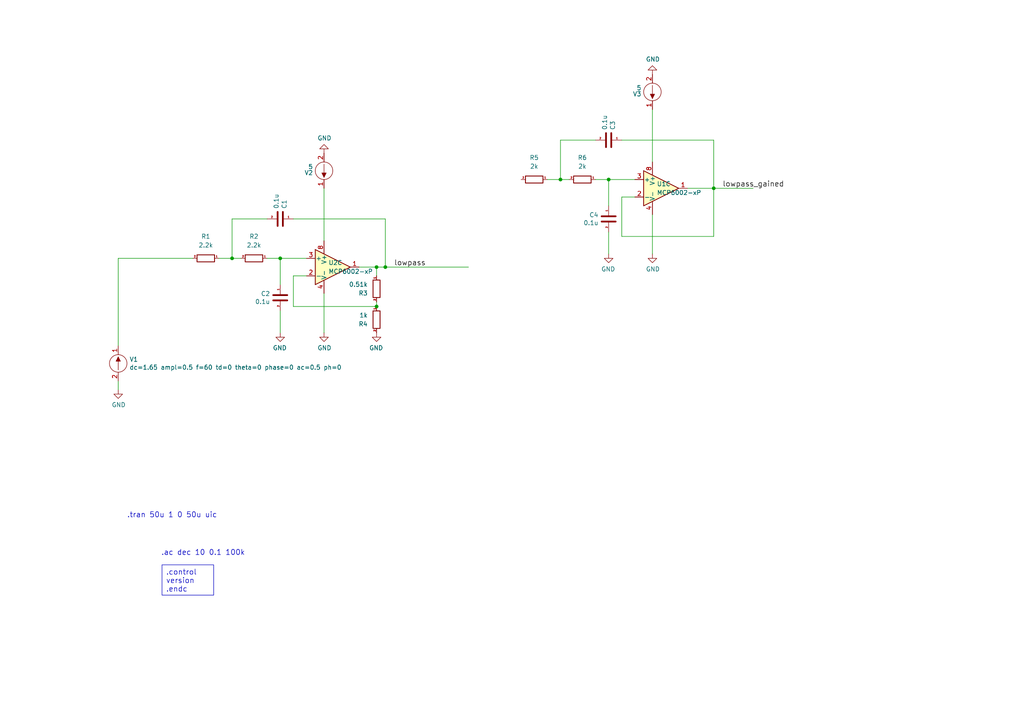
<source format=kicad_sch>
(kicad_sch (version 20231120) (generator "eeschema") (generator_version "8.0")
  (paper "A4")
  (lib_symbols
    (symbol "Amplifier_Operational:MCP6002-xP" (pin_names (offset 0.127))
      (property "Reference" "U" (at 0 5.08 0))
      (property "Value" "MCP6002-xP" (at 0 -5.08 0))
      (symbol "MCP6002-xP_1_1"
        (polyline (pts (xy -5.08 5.08) (xy 5.08 0) (xy -5.08 -5.08) (xy -5.08 5.08)) (stroke (width 0.254)) (fill (type background)))
        (pin output line (at 7.62 0 180) (length 2.54) (name "~") (number "1"))
        (pin input line (at -7.62 -2.54 0) (length 2.54) (name "-") (number "2"))
        (pin input line (at -7.62 2.54 0) (length 2.54) (name "+") (number "3"))
      )
      (symbol "MCP6002-xP_2_1"
        (polyline (pts (xy -5.08 5.08) (xy 5.08 0) (xy -5.08 -5.08) (xy -5.08 5.08)) (stroke (width 0.254)) (fill (type background)))
        (pin input line (at -7.62 2.54 0) (length 2.54) (name "+") (number "5"))
        (pin input line (at -7.62 -2.54 0) (length 2.54) (name "-") (number "6"))
        (pin output line (at 7.62 0 180) (length 2.54) (name "~") (number "7"))
      )
      (symbol "MCP6002-xP_3_1"
        (pin power_in line (at -2.54 -7.62 90) (length 3.81) (name "V-") (number "4"))
        (pin power_in line (at -2.54 7.62 270) (length 3.81) (name "V+") (number "8"))
      )
    )
    (symbol "R_1" (pin_names (offset 0) hide)
      (property "Reference" "R" (at 2.032 0 90))
      (property "Value" "R_1" (at 0 0 90))
      (symbol "R_1_0_1"
        (rectangle (start -1.016 -2.54) (end 1.016 2.54) (stroke (width 0.254)))
      )
      (symbol "R_1_1_1"
        (pin passive line (at 0 3.81 270) (length 1.27) (name "1") (number "1"))
        (pin passive line (at 0 -3.81 90) (length 1.27) (name "2") (number "2"))
      )
    )
    (symbol "sallen_key_schlib:C" (pin_names (offset 0) hide)
      (property "Reference" "C" (at 0.635 2.54 0))
      (property "Value" "C" (at 0.635 -2.54 0))
      (symbol "C_0_1"
        (polyline (pts (xy -2.032 -0.762) (xy 2.032 -0.762)) (stroke (width 0.508)))
        (polyline (pts (xy -2.032 0.762) (xy 2.032 0.762)) (stroke (width 0.508)))
      )
      (symbol "C_1_1"
        (pin passive line (at 0 3.81 270) (length 2.794) (name "1") (number "1"))
        (pin passive line (at 0 -3.81 90) (length 2.794) (name "2") (number "2"))
      )
    )
    (symbol "sallen_key_schlib:GND" (power) (pin_names (offset 0))
      (property "Value" "GND" (at 0 -3.81 0))
      (symbol "GND_0_1"
        (polyline (pts (xy 0 0) (xy 0 -1.27) (xy 1.27 -1.27) (xy 0 -2.54) (xy -1.27 -1.27) (xy 0 -1.27)))
      )
      (symbol "GND_1_1"
        (pin power_in line (at 0 0 270) (length 0) hide (name "GND") (number "1"))
      )
    )
    (symbol "sallen_key_schlib:R" (pin_names (offset 0) hide)
      (property "Reference" "R" (at 2.032 0 90))
      (property "Value" "R" (at 0 0 90))
      (symbol "R_0_1"
        (rectangle (start -1.016 -2.54) (end 1.016 2.54) (stroke (width 0.254)))
      )
      (symbol "R_1_1"
        (pin passive line (at 0 3.81 270) (length 1.27) (name "1") (number "1"))
        (pin passive line (at 0 -3.81 90) (length 1.27) (name "2") (number "2"))
      )
    )
    (symbol "sallen_key_schlib:VSOURCE" (pin_names (offset 1.016))
      (property "Reference" "V" (at 5.08 5.08 0))
      (symbol "VSOURCE_0_1"
        (polyline (pts (xy 0 -1.905) (xy 0 1.905)))
        (polyline (pts (xy 0 1.905) (xy -0.635 0.635) (xy 0.635 0.635) (xy 0 1.905)) (fill (type outline)))
        (circle (center 0 0) (radius 2.54))
      )
      (symbol "VSOURCE_1_1"
        (pin input line (at 0 5.08 270) (length 2.54) (name "~") (number "1"))
        (pin input line (at 0 -5.08 90) (length 2.54) (name "~") (number "2"))
      )
    )
  )
  (junction (at 162.56 52.07))
  (junction (at 109.22 88.9))
  (junction (at 176.53 52.07))
  (junction (at 207.01 54.61))
  (junction (at 67.31 74.93))
  (junction (at 111.76 77.47))
  (junction (at 109.22 77.47))
  (junction (at 81.28 74.93))
  (wire (pts (xy 189.23 73.66) (xy 189.23 62.23)))
  (wire (pts (xy 180.34 57.15) (xy 180.34 68.58)))
  (wire (pts (xy 85.09 80.01) (xy 88.9 80.01)))
  (wire (pts (xy 77.47 63.5) (xy 67.31 63.5)))
  (wire (pts (xy 81.28 74.93) (xy 88.9 74.93)))
  (wire (pts (xy 77.47 74.93) (xy 81.28 74.93)))
  (wire (pts (xy 34.29 110.49) (xy 34.29 113.03)))
  (wire (pts (xy 176.53 59.69) (xy 176.53 52.07)))
  (wire (pts (xy 109.22 77.47) (xy 109.22 79.9587)))
  (wire (pts (xy 180.34 68.58) (xy 207.01 68.58)))
  (wire (pts (xy 93.98 96.52) (xy 93.98 85.09)))
  (wire (pts (xy 85.09 88.9) (xy 85.09 80.01)))
  (wire (pts (xy 63.5 74.93) (xy 67.31 74.93)))
  (wire (pts (xy 158.75 52.07) (xy 162.56 52.07)))
  (wire (pts (xy 81.28 82.55) (xy 81.28 74.93)))
  (wire (pts (xy 199.39 54.61) (xy 207.01 54.61)))
  (wire (pts (xy 172.72 52.07) (xy 176.53 52.07)))
  (wire (pts (xy 189.23 31.75) (xy 189.23 46.99)))
  (wire (pts (xy 104.14 77.47) (xy 109.22 77.47)))
  (wire (pts (xy 111.76 63.5) (xy 111.76 77.47)))
  (wire (pts (xy 180.34 57.15) (xy 184.15 57.15)))
  (wire (pts (xy 109.22 87.5787) (xy 109.22 88.9)))
  (wire (pts (xy 85.09 63.5) (xy 111.76 63.5)))
  (wire (pts (xy 180.34 40.64) (xy 207.01 40.64)))
  (wire (pts (xy 207.01 54.61) (xy 207.01 68.58)))
  (wire (pts (xy 67.31 74.93) (xy 69.85 74.93)))
  (wire (pts (xy 111.76 77.47) (xy 135.89 77.47)))
  (wire (pts (xy 207.01 54.61) (xy 218.44 54.61)))
  (wire (pts (xy 176.53 73.66) (xy 176.53 67.31)))
  (wire (pts (xy 109.22 77.47) (xy 111.76 77.47)))
  (wire (pts (xy 81.28 96.52) (xy 81.28 90.17)))
  (wire (pts (xy 55.88 74.93) (xy 34.29 74.93)))
  (wire (pts (xy 176.53 52.07) (xy 184.15 52.07)))
  (wire (pts (xy 207.01 40.64) (xy 207.01 54.61)))
  (wire (pts (xy 162.56 52.07) (xy 165.1 52.07)))
  (wire (pts (xy 93.98 54.61) (xy 93.98 69.85)))
  (wire (pts (xy 85.09 88.9) (xy 109.22 88.9)))
  (wire (pts (xy 172.72 40.64) (xy 162.56 40.64)))
  (wire (pts (xy 34.29 74.93) (xy 34.29 100.33)))
  (wire (pts (xy 162.56 40.64) (xy 162.56 52.07)))
  (wire (pts (xy 67.31 63.5) (xy 67.31 74.93)))
  (text_box ".control\nversion\n.endc" (at 46.99 163.83 0) (size 14.986 8.7796) (effects (font (size 1.524 1.524)) (justify left top)))
  (text ".ac dec 10 0.1 100k\n" (exclude_from_sim yes) (at 46.736 161.29 0) (effects (font (size 1.524 1.524)) (justify left bottom)))
  (text ".tran 50u 1 0 50u uic\n" (exclude_from_sim yes) (at 36.83 150.368 0) (effects (font (size 1.524 1.524)) (justify left bottom)))
  (label "lowpass" (at 114.3 77.47 0) (effects (font (size 1.524 1.524))))
  (label "lowpass_gained" (at 209.55 54.61 0) (effects (font (size 1.524 1.524))))
  (symbol (lib_id "sallen_key_schlib:VSOURCE") (at 34.29 105.41 0) (unit 1)
    (property "Reference" "V1" (at 37.5412 104.2416 0) (effects (justify left)))
    (property "Value" "${SIM.PARAMS}" (at 37.5412 106.553 0) (effects (justify left)))
    (property "Fieldname" "Value" (effects (hide yes)))
    (property "Sim.Device" "V" (effects (hide yes)))
    (property "Sim.Params" "dc=1.65 ampl=0.5 f=60 td=0 theta=0 phase=0 ac=0.5 ph=0" (effects (hide yes)))
    (property "Sim.Pins" "1=+ 2=-" (effects (hide yes)))
    (property "Sim.Type" "SIN" (effects (hide yes)))
  )
  (symbol (lib_id "sallen_key_schlib:R") (at 73.66 74.93 270) (unit 1)
    (property "Reference" "R2" (at 73.66 68.58 90))
    (property "Value" "2.2k" (at 73.66 71.12 90))
    (property "Fieldname" "Value" (effects (hide yes)))
    (property "Sim.Pins" "1=1 2=2" (effects (hide yes)))
  )
  (symbol (lib_name "R_1") (lib_id "sallen_key_schlib:R") (at 59.69 74.93 270) (unit 1)
    (property "Reference" "R1" (at 59.69 68.58 90))
    (property "Value" "2.2k" (at 59.69 71.12 90))
    (property "Fieldname" "Value" (effects (hide yes)))
    (property "Sim.Pins" "1=1 2=2" (effects (hide yes)))
  )
  (symbol (lib_id "sallen_key_schlib:C") (at 81.28 86.36 0) (mirror y) (unit 1)
    (property "Reference" "C2" (at 78.359 85.1916 0) (effects (justify left)))
    (property "Value" "0.1u" (at 78.359 87.503 0) (effects (justify left)))
    (property "Fieldname" "Value" (effects (hide yes)))
    (property "Sim.Pins" "1=1 2=2" (effects (hide yes)))
  )
  (symbol (lib_id "sallen_key_schlib:GND") (at 81.28 96.52 0) (mirror y) (unit 1)
    (property "Reference" "#PWR02" (effects (hide yes)))
    (property "Value" "GND" (at 81.153 100.9142 0))
  )
  (symbol (lib_id "sallen_key_schlib:GND") (at 34.29 113.03 0) (unit 1)
    (property "Reference" "#PWR0101" (effects (hide yes)))
    (property "Value" "GND" (at 34.417 117.4242 0))
  )
  (symbol (lib_id "sallen_key_schlib:C") (at 176.53 63.5 0) (mirror y) (unit 1)
    (property "Reference" "C4" (at 173.609 62.3316 0) (effects (justify left)))
    (property "Value" "0.1u" (at 173.609 64.643 0) (effects (justify left)))
    (property "Fieldname" "Value" (effects (hide yes)))
    (property "Sim.Pins" "1=1 2=2" (effects (hide yes)))
  )
  (symbol (lib_id "Amplifier_Operational:MCP6002-xP") (at 191.77 54.61 0) (unit 3)
    (property "Reference" "U1" (at 190.5 53.3399 0) (effects (justify left)))
    (property "Value" "MCP6002-xP" (at 190.5 55.8799 0) (effects (justify left)))
    (property "Datasheet" "http://ww1.microchip.com/downloads/en/DeviceDoc/21733j.pdf" (effects (hide yes)))
    (property "Description" "1MHz, Low-Power Op Amp, DIP-8" (effects (hide yes)))
    (property "Sim.Library" "C:\\Users\\noahp\\kiCad\\MCP6001.lib" (effects (hide yes)))
    (property "Sim.Name" "MCP6001" (effects (hide yes)))
    (property "Sim.Device" "SUBCKT" (effects (hide yes)))
    (property "Sim.Pins" "1=5 2=2 3=1 4=4 8=3" (effects (hide yes)))
  )
  (symbol (lib_id "sallen_key_schlib:R") (at 109.22 83.7687 0) (unit 1)
    (property "Reference" "R3" (at 106.68 85.0388 0) (effects (justify right)))
    (property "Value" "0.51k" (at 106.68 82.4988 0) (effects (justify right)))
    (property "Fieldname" "Value" (effects (hide yes)))
    (property "Sim.Pins" "1=+ 2=-" (effects (hide yes)))
    (property "Sim.Device" "R" (effects (hide yes)))
  )
  (symbol (lib_id "Amplifier_Operational:MCP6002-xP") (at 96.52 77.47 0) (unit 3)
    (property "Reference" "U2" (at 95.25 76.1999 0) (effects (justify left)))
    (property "Value" "MCP6002-xP" (at 95.25 78.7399 0) (effects (justify left)))
    (property "Datasheet" "http://ww1.microchip.com/downloads/en/DeviceDoc/21733j.pdf" (effects (hide yes)))
    (property "Description" "1MHz, Low-Power Op Amp, DIP-8" (effects (hide yes)))
    (property "Sim.Library" "C:\\Users\\noahp\\kiCad\\MCP6001.lib" (effects (hide yes)))
    (property "Sim.Name" "MCP6001" (effects (hide yes)))
    (property "Sim.Device" "SUBCKT" (effects (hide yes)))
    (property "Sim.Pins" "1=5 2=2 3=1 4=4 8=3" (effects (hide yes)))
  )
  (symbol (lib_id "sallen_key_schlib:R") (at 168.91 52.07 270) (unit 1)
    (property "Reference" "R6" (at 168.91 45.72 90))
    (property "Value" "2k" (at 168.91 48.26 90))
    (property "Fieldname" "Value" (effects (hide yes)))
    (property "Sim.Pins" "1=1 2=2" (effects (hide yes)))
  )
  (symbol (lib_id "Amplifier_Operational:MCP6002-xP") (at 96.52 77.47 0) (unit 1)
    (property "Reference" "U2" (effects (hide yes)))
    (property "Value" "MCP6002-xP" (effects (hide yes)))
    (property "Datasheet" "http://ww1.microchip.com/downloads/en/DeviceDoc/21733j.pdf" (effects (hide yes)))
    (property "Description" "1MHz, Low-Power Op Amp, DIP-8" (effects (hide yes)))
    (property "Sim.Library" "C:\\Users\\noahp\\kiCad\\MCP6001.lib" (effects (hide yes)))
    (property "Sim.Name" "MCP6001" (effects (hide yes)))
    (property "Sim.Device" "SUBCKT" (effects (hide yes)))
    (property "Sim.Pins" "1=5 2=2 3=1 4=4 8=3" (effects (hide yes)))
  )
  (symbol (lib_id "sallen_key_schlib:GND") (at 176.53 73.66 0) (mirror y) (unit 1)
    (property "Reference" "#PWR04" (effects (hide yes)))
    (property "Value" "GND" (at 176.403 78.0542 0))
  )
  (symbol (lib_id "sallen_key_schlib:GND") (at 93.98 44.45 0) (mirror x) (unit 1)
    (property "Reference" "#PWR03" (effects (hide yes)))
    (property "Value" "GND" (at 94.107 40.0558 0))
  )
  (symbol (lib_id "Amplifier_Operational:MCP6002-xP") (at 191.77 54.61 0) (unit 1)
    (property "Reference" "U1" (effects (hide yes)))
    (property "Value" "MCP6002-xP" (effects (hide yes)))
    (property "Datasheet" "http://ww1.microchip.com/downloads/en/DeviceDoc/21733j.pdf" (effects (hide yes)))
    (property "Description" "1MHz, Low-Power Op Amp, DIP-8" (effects (hide yes)))
    (property "Sim.Library" "C:\\Users\\noahp\\kiCad\\MCP6001.lib" (effects (hide yes)))
    (property "Sim.Name" "MCP6001" (effects (hide yes)))
    (property "Sim.Device" "SUBCKT" (effects (hide yes)))
    (property "Sim.Pins" "1=5 2=2 3=1 4=4 8=3" (effects (hide yes)))
  )
  (symbol (lib_id "sallen_key_schlib:GND") (at 189.23 73.66 0) (unit 1)
    (property "Reference" "#PWR06" (effects (hide yes)))
    (property "Value" "GND" (at 189.357 78.0542 0))
  )
  (symbol (lib_id "sallen_key_schlib:VSOURCE") (at 93.98 49.53 180) (unit 1)
    (property "Reference" "V2" (at 90.805 50.1245 0) (effects (justify left)))
    (property "Value" "5" (at 90.805 48.3623 0) (effects (justify left)))
    (property "Sim.Device" "V" (effects (hide yes)))
    (property "Sim.Type" "DC" (effects (hide yes)))
    (property "Sim.Pins" "1=+ 2=-" (effects (hide yes)))
  )
  (symbol (lib_id "sallen_key_schlib:C") (at 176.53 40.64 270) (mirror x) (unit 1)
    (property "Reference" "C3" (at 177.6984 37.719 0) (effects (justify left)))
    (property "Value" "0.1u" (at 175.387 37.719 0) (effects (justify left)))
    (property "Fieldname" "Value" (effects (hide yes)))
    (property "Sim.Pins" "1=1 2=2" (effects (hide yes)))
  )
  (symbol (lib_id "sallen_key_schlib:GND") (at 93.98 96.52 0) (unit 1)
    (property "Reference" "#PWR08" (effects (hide yes)))
    (property "Value" "GND" (at 94.107 100.9142 0))
  )
  (symbol (lib_name "R_1") (lib_id "sallen_key_schlib:R") (at 154.94 52.07 270) (unit 1)
    (property "Reference" "R5" (at 154.94 45.72 90))
    (property "Value" "2k" (at 154.94 48.26 90))
    (property "Fieldname" "Value" (effects (hide yes)))
    (property "Sim.Pins" "1=1 2=2" (effects (hide yes)))
  )
  (symbol (lib_id "sallen_key_schlib:VSOURCE") (at 189.23 26.67 180) (unit 1)
    (property "Reference" "V3" (at 186.055 27.2645 0) (effects (justify left)))
    (property "Value" "5" (at 186.055 25.5023 0) (effects (justify left)))
    (property "Sim.Device" "V" (effects (hide yes)))
    (property "Sim.Type" "DC" (effects (hide yes)))
    (property "Sim.Pins" "1=+ 2=-" (effects (hide yes)))
  )
  (symbol (lib_id "sallen_key_schlib:GND") (at 109.22 96.52 0) (mirror y) (unit 1)
    (property "Reference" "#PWR01" (effects (hide yes)))
    (property "Value" "GND" (at 109.093 100.9142 0))
  )
  (symbol (lib_id "sallen_key_schlib:GND") (at 189.23 21.59 0) (mirror x) (unit 1)
    (property "Reference" "#PWR05" (effects (hide yes)))
    (property "Value" "GND" (at 189.357 17.1958 0))
  )
  (symbol (lib_id "sallen_key_schlib:R") (at 109.22 92.71 0) (unit 1)
    (property "Reference" "R4" (at 106.68 93.9801 0) (effects (justify right)))
    (property "Value" "1k" (at 106.68 91.4401 0) (effects (justify right)))
    (property "Fieldname" "Value" (effects (hide yes)))
    (property "Sim.Pins" "1=+ 2=-" (effects (hide yes)))
    (property "Sim.Device" "R" (effects (hide yes)))
  )
  (symbol (lib_id "sallen_key_schlib:C") (at 81.28 63.5 270) (mirror x) (unit 1)
    (property "Reference" "C1" (at 82.4484 60.579 0) (effects (justify left)))
    (property "Value" "0.1u" (at 80.137 60.579 0) (effects (justify left)))
    (property "Fieldname" "Value" (effects (hide yes)))
    (property "Sim.Pins" "1=1 2=2" (effects (hide yes)))
  )
)
</source>
